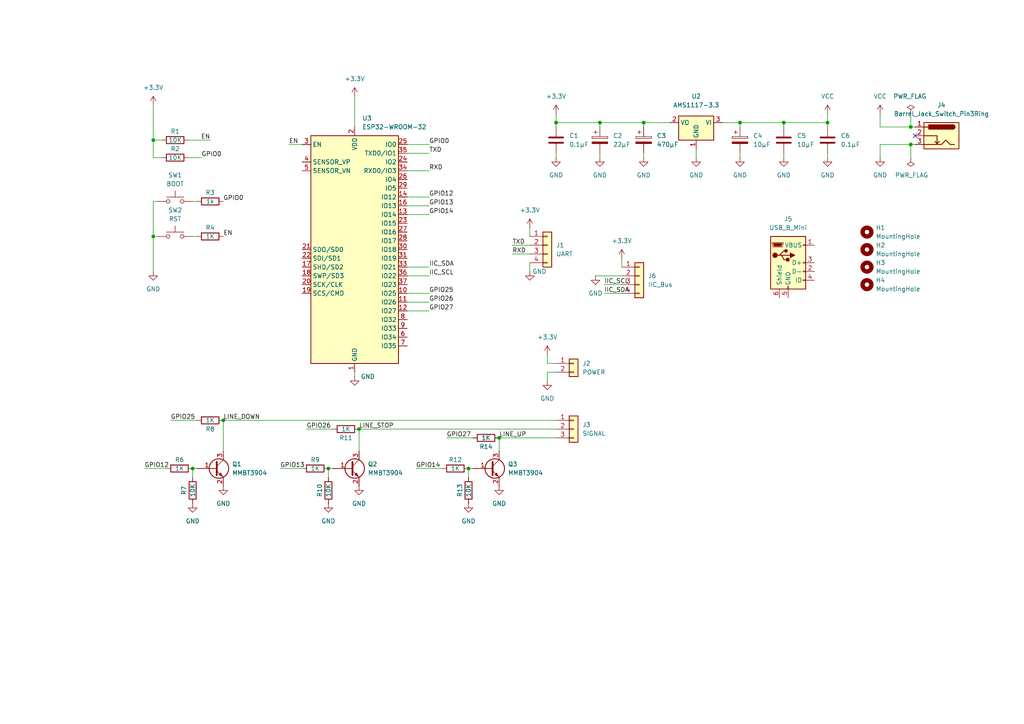
<source format=kicad_sch>
(kicad_sch (version 20231120) (generator "eeschema") (generator_version "8.0")
  (paper "A4")
  (lib_symbols
    (symbol "Connector:Barrel_Jack_Switch_Pin3Ring" (pin_names hide)
      (property "Reference" "J" (at 0 5.334 0))
      (property "Value" "Barrel_Jack_Switch_Pin3Ring" (at 0 -5.08 0))
      (symbol "Barrel_Jack_Switch_Pin3Ring_0_1"
        (rectangle (start -5.08 3.81) (end 5.08 -3.81) (stroke (width 0.254)) (fill (type background)))
        (arc (start -3.302 3.175) (mid -3.9343 2.54) (end -3.302 1.905) (stroke (width 0.254)))
        (arc (start -3.302 3.175) (mid -3.9343 2.54) (end -3.302 1.905) (stroke (width 0.254)) (fill (type outline)))
        (polyline (pts (xy 1.27 -2.286) (xy 1.905 -1.651)) (stroke (width 0.254)))
        (polyline (pts (xy 5.08 2.54) (xy 3.81 2.54)) (stroke (width 0.254)))
        (polyline (pts (xy 5.08 0) (xy 1.27 0) (xy 1.27 -2.286) (xy 0.635 -1.651)) (stroke (width 0.254)))
        (polyline (pts (xy -3.81 -2.54) (xy -2.54 -2.54) (xy -1.27 -1.27) (xy 0 -2.54) (xy 2.54 -2.54) (xy 5.08 -2.54)) (stroke (width 0.254)))
        (rectangle (start 3.683 3.175) (end -3.302 1.905) (stroke (width 0.254)) (fill (type outline)))
      )
      (symbol "Barrel_Jack_Switch_Pin3Ring_1_1"
        (pin passive line (at 7.62 2.54 180) (length 2.54) (name "~") (number "1"))
        (pin passive line (at 7.62 0 180) (length 2.54) (name "~") (number "2"))
        (pin passive line (at 7.62 -2.54 180) (length 2.54) (name "~") (number "3"))
      )
    )
    (symbol "Connector:USB_B_Mini" (pin_names (offset 1.016))
      (property "Reference" "J" (at -5.08 11.43 0))
      (property "Value" "USB_B_Mini" (at -5.08 8.89 0))
      (symbol "USB_B_Mini_0_1"
        (rectangle (start -5.08 -7.62) (end 5.08 7.62) (stroke (width 0.254)) (fill (type background)))
        (circle (center -3.81 2.159) (radius 0.635) (stroke (width 0.254)) (fill (type outline)))
        (circle (center -0.635 3.429) (radius 0.381) (stroke (width 0.254)) (fill (type outline)))
        (rectangle (start -0.127 -7.62) (end 0.127 -6.858))
        (polyline (pts (xy -1.905 2.159) (xy 0.635 2.159)) (stroke (width 0.254)))
        (polyline (pts (xy -3.175 2.159) (xy -2.54 2.159) (xy -1.27 3.429) (xy -0.635 3.429)) (stroke (width 0.254)))
        (polyline (pts (xy -2.54 2.159) (xy -1.905 2.159) (xy -1.27 0.889) (xy 0 0.889)) (stroke (width 0.254)))
        (polyline (pts (xy 0.635 2.794) (xy 0.635 1.524) (xy 1.905 2.159) (xy 0.635 2.794)) (stroke (width 0.254)) (fill (type outline)))
        (polyline (pts (xy -4.318 5.588) (xy -1.778 5.588) (xy -2.032 4.826) (xy -4.064 4.826) (xy -4.318 5.588)) (fill (type outline)))
        (polyline (pts (xy -4.699 5.842) (xy -4.699 5.588) (xy -4.445 4.826) (xy -4.445 4.572) (xy -1.651 4.572) (xy -1.651 4.826) (xy -1.397 5.588) (xy -1.397 5.842) (xy -4.699 5.842)))
        (rectangle (start 0.254 1.27) (end -0.508 0.508) (stroke (width 0.254)) (fill (type outline)))
        (rectangle (start 5.08 -5.207) (end 4.318 -4.953))
        (rectangle (start 5.08 -2.667) (end 4.318 -2.413))
        (rectangle (start 5.08 -0.127) (end 4.318 0.127))
        (rectangle (start 5.08 4.953) (end 4.318 5.207))
      )
      (symbol "USB_B_Mini_1_1"
        (pin power_out line (at 7.62 5.08 180) (length 2.54) (name "VBUS") (number "1"))
        (pin bidirectional line (at 7.62 -2.54 180) (length 2.54) (name "D-") (number "2"))
        (pin bidirectional line (at 7.62 0 180) (length 2.54) (name "D+") (number "3"))
        (pin passive line (at 7.62 -5.08 180) (length 2.54) (name "ID") (number "4"))
        (pin power_out line (at 0 -10.16 90) (length 2.54) (name "GND") (number "5"))
        (pin passive line (at -2.54 -10.16 90) (length 2.54) (name "Shield") (number "6"))
      )
    )
    (symbol "Connector_Generic:Conn_01x02" (pin_names (offset 1.016) hide)
      (property "Reference" "J" (at 0 2.54 0))
      (property "Value" "Conn_01x02" (at 0 -5.08 0))
      (symbol "Conn_01x02_1_1"
        (rectangle (start -1.27 -2.413) (end 0 -2.667) (stroke (width 0.1524)))
        (rectangle (start -1.27 0.127) (end 0 -0.127) (stroke (width 0.1524)))
        (rectangle (start -1.27 1.27) (end 1.27 -3.81) (stroke (width 0.254)) (fill (type background)))
        (pin passive line (at -5.08 0 0) (length 3.81) (name "Pin_1") (number "1"))
        (pin passive line (at -5.08 -2.54 0) (length 3.81) (name "Pin_2") (number "2"))
      )
    )
    (symbol "Connector_Generic:Conn_01x03" (pin_names (offset 1.016) hide)
      (property "Reference" "J" (at 0 5.08 0))
      (property "Value" "Conn_01x03" (at 0 -5.08 0))
      (symbol "Conn_01x03_1_1"
        (rectangle (start -1.27 -2.413) (end 0 -2.667) (stroke (width 0.1524)))
        (rectangle (start -1.27 0.127) (end 0 -0.127) (stroke (width 0.1524)))
        (rectangle (start -1.27 2.667) (end 0 2.413) (stroke (width 0.1524)))
        (rectangle (start -1.27 3.81) (end 1.27 -3.81) (stroke (width 0.254)) (fill (type background)))
        (pin passive line (at -5.08 2.54 0) (length 3.81) (name "Pin_1") (number "1"))
        (pin passive line (at -5.08 0 0) (length 3.81) (name "Pin_2") (number "2"))
        (pin passive line (at -5.08 -2.54 0) (length 3.81) (name "Pin_3") (number "3"))
      )
    )
    (symbol "Connector_Generic:Conn_01x04" (pin_names (offset 1.016) hide)
      (property "Reference" "J" (at 0 5.08 0))
      (property "Value" "Conn_01x04" (at 0 -7.62 0))
      (symbol "Conn_01x04_1_1"
        (rectangle (start -1.27 -4.953) (end 0 -5.207) (stroke (width 0.1524)))
        (rectangle (start -1.27 -2.413) (end 0 -2.667) (stroke (width 0.1524)))
        (rectangle (start -1.27 0.127) (end 0 -0.127) (stroke (width 0.1524)))
        (rectangle (start -1.27 2.667) (end 0 2.413) (stroke (width 0.1524)))
        (rectangle (start -1.27 3.81) (end 1.27 -6.35) (stroke (width 0.254)) (fill (type background)))
        (pin passive line (at -5.08 2.54 0) (length 3.81) (name "Pin_1") (number "1"))
        (pin passive line (at -5.08 0 0) (length 3.81) (name "Pin_2") (number "2"))
        (pin passive line (at -5.08 -2.54 0) (length 3.81) (name "Pin_3") (number "3"))
        (pin passive line (at -5.08 -5.08 0) (length 3.81) (name "Pin_4") (number "4"))
      )
    )
    (symbol "Device:C" (pin_numbers hide) (pin_names (offset 0.254))
      (property "Reference" "C" (at 0.635 2.54 0))
      (property "Value" "C" (at 0.635 -2.54 0))
      (symbol "C_0_1"
        (polyline (pts (xy -2.032 -0.762) (xy 2.032 -0.762)) (stroke (width 0.508)))
        (polyline (pts (xy -2.032 0.762) (xy 2.032 0.762)) (stroke (width 0.508)))
      )
      (symbol "C_1_1"
        (pin passive line (at 0 3.81 270) (length 2.794) (name "~") (number "1"))
        (pin passive line (at 0 -3.81 90) (length 2.794) (name "~") (number "2"))
      )
    )
    (symbol "Device:C_Polarized" (pin_numbers hide) (pin_names (offset 0.254))
      (property "Reference" "C" (at 0.635 2.54 0))
      (property "Value" "C_Polarized" (at 0.635 -2.54 0))
      (symbol "C_Polarized_0_1"
        (rectangle (start -2.286 0.508) (end 2.286 1.016))
        (polyline (pts (xy -1.778 2.286) (xy -0.762 2.286)))
        (polyline (pts (xy -1.27 2.794) (xy -1.27 1.778)))
        (rectangle (start 2.286 -0.508) (end -2.286 -1.016) (fill (type outline)))
      )
      (symbol "C_Polarized_1_1"
        (pin passive line (at 0 3.81 270) (length 2.794) (name "~") (number "1"))
        (pin passive line (at 0 -3.81 90) (length 2.794) (name "~") (number "2"))
      )
    )
    (symbol "Device:R" (pin_numbers hide) (pin_names (offset 0))
      (property "Reference" "R" (at 2.032 0 90))
      (property "Value" "R" (at 0 0 90))
      (symbol "R_0_1"
        (rectangle (start -1.016 -2.54) (end 1.016 2.54) (stroke (width 0.254)))
      )
      (symbol "R_1_1"
        (pin passive line (at 0 3.81 270) (length 1.27) (name "~") (number "1"))
        (pin passive line (at 0 -3.81 90) (length 1.27) (name "~") (number "2"))
      )
    )
    (symbol "Mechanical:MountingHole" (pin_names (offset 1.016)) (exclude_from_sim yes) (in_bom no)
      (property "Reference" "H" (at 0 5.08 0))
      (property "Value" "MountingHole" (at 0 3.175 0))
      (symbol "MountingHole_0_1"
        (circle (center 0 0) (radius 1.27) (stroke (width 1.27)))
      )
    )
    (symbol "RF_Module:ESP32-WROOM-32"
      (property "Reference" "U" (at -12.7 34.29 0))
      (property "Value" "ESP32-WROOM-32" (at 1.27 34.29 0))
      (symbol "ESP32-WROOM-32_0_1"
        (rectangle (start -12.7 33.02) (end 12.7 -33.02) (stroke (width 0.254)) (fill (type background)))
      )
      (symbol "ESP32-WROOM-32_1_1"
        (pin power_in line (at 0 -35.56 90) (length 2.54) (name "GND") (number "1"))
        (pin bidirectional line (at 15.24 -12.7 180) (length 2.54) (name "IO25") (number "10"))
        (pin bidirectional line (at 15.24 -15.24 180) (length 2.54) (name "IO26") (number "11"))
        (pin bidirectional line (at 15.24 -17.78 180) (length 2.54) (name "IO27") (number "12"))
        (pin bidirectional line (at 15.24 10.16 180) (length 2.54) (name "IO14") (number "13"))
        (pin bidirectional line (at 15.24 15.24 180) (length 2.54) (name "IO12") (number "14"))
        (pin passive line (at 0 -35.56 90) (length 2.54) hide (name "GND") (number "15"))
        (pin bidirectional line (at 15.24 12.7 180) (length 2.54) (name "IO13") (number "16"))
        (pin bidirectional line (at -15.24 -5.08 0) (length 2.54) (name "SHD/SD2") (number "17"))
        (pin bidirectional line (at -15.24 -7.62 0) (length 2.54) (name "SWP/SD3") (number "18"))
        (pin bidirectional line (at -15.24 -12.7 0) (length 2.54) (name "SCS/CMD") (number "19"))
        (pin power_in line (at 0 35.56 270) (length 2.54) (name "VDD") (number "2"))
        (pin bidirectional line (at -15.24 -10.16 0) (length 2.54) (name "SCK/CLK") (number "20"))
        (pin bidirectional line (at -15.24 0 0) (length 2.54) (name "SDO/SD0") (number "21"))
        (pin bidirectional line (at -15.24 -2.54 0) (length 2.54) (name "SDI/SD1") (number "22"))
        (pin bidirectional line (at 15.24 7.62 180) (length 2.54) (name "IO15") (number "23"))
        (pin bidirectional line (at 15.24 25.4 180) (length 2.54) (name "IO2") (number "24"))
        (pin bidirectional line (at 15.24 30.48 180) (length 2.54) (name "IO0") (number "25"))
        (pin bidirectional line (at 15.24 20.32 180) (length 2.54) (name "IO4") (number "26"))
        (pin bidirectional line (at 15.24 5.08 180) (length 2.54) (name "IO16") (number "27"))
        (pin bidirectional line (at 15.24 2.54 180) (length 2.54) (name "IO17") (number "28"))
        (pin bidirectional line (at 15.24 17.78 180) (length 2.54) (name "IO5") (number "29"))
        (pin input line (at -15.24 30.48 0) (length 2.54) (name "EN") (number "3"))
        (pin bidirectional line (at 15.24 0 180) (length 2.54) (name "IO18") (number "30"))
        (pin bidirectional line (at 15.24 -2.54 180) (length 2.54) (name "IO19") (number "31"))
        (pin no_connect line (at -12.7 -27.94 0) (length 2.54) hide (name "NC") (number "32"))
        (pin bidirectional line (at 15.24 -5.08 180) (length 2.54) (name "IO21") (number "33"))
        (pin bidirectional line (at 15.24 22.86 180) (length 2.54) (name "RXD0/IO3") (number "34"))
        (pin bidirectional line (at 15.24 27.94 180) (length 2.54) (name "TXD0/IO1") (number "35"))
        (pin bidirectional line (at 15.24 -7.62 180) (length 2.54) (name "IO22") (number "36"))
        (pin bidirectional line (at 15.24 -10.16 180) (length 2.54) (name "IO23") (number "37"))
        (pin passive line (at 0 -35.56 90) (length 2.54) hide (name "GND") (number "38"))
        (pin passive line (at 0 -35.56 90) (length 2.54) hide (name "GND") (number "39"))
        (pin input line (at -15.24 25.4 0) (length 2.54) (name "SENSOR_VP") (number "4"))
        (pin input line (at -15.24 22.86 0) (length 2.54) (name "SENSOR_VN") (number "5"))
        (pin input line (at 15.24 -25.4 180) (length 2.54) (name "IO34") (number "6"))
        (pin input line (at 15.24 -27.94 180) (length 2.54) (name "IO35") (number "7"))
        (pin bidirectional line (at 15.24 -20.32 180) (length 2.54) (name "IO32") (number "8"))
        (pin bidirectional line (at 15.24 -22.86 180) (length 2.54) (name "IO33") (number "9"))
      )
    )
    (symbol "Regulator_Linear:AMS1117-3.3"
      (property "Reference" "U" (at -3.81 3.175 0))
      (property "Value" "AMS1117-3.3" (at 0 3.175 0))
      (symbol "AMS1117-3.3_0_1"
        (rectangle (start -5.08 -5.08) (end 5.08 1.905) (stroke (width 0.254)) (fill (type background)))
      )
      (symbol "AMS1117-3.3_1_1"
        (pin power_in line (at 0 -7.62 90) (length 2.54) (name "GND") (number "1"))
        (pin power_out line (at 7.62 0 180) (length 2.54) (name "VO") (number "2"))
        (pin power_in line (at -7.62 0 0) (length 2.54) (name "VI") (number "3"))
      )
    )
    (symbol "Switch:SW_Push" (pin_numbers hide) (pin_names (offset 1.016) hide)
      (property "Reference" "SW" (at 1.27 2.54 0))
      (property "Value" "SW_Push" (at 0 -1.524 0))
      (symbol "SW_Push_0_1"
        (circle (center -2.032 0) (radius 0.508))
        (polyline (pts (xy 0 1.27) (xy 0 3.048)))
        (polyline (pts (xy 2.54 1.27) (xy -2.54 1.27)))
        (circle (center 2.032 0) (radius 0.508))
        (pin passive line (at -5.08 0 0) (length 2.54) (name "1") (number "1"))
        (pin passive line (at 5.08 0 180) (length 2.54) (name "2") (number "2"))
      )
    )
    (symbol "Transistor_BJT:MMBT3904" (pin_names (offset 0) hide)
      (property "Reference" "Q" (at 5.08 1.905 0))
      (property "Value" "MMBT3904" (at 5.08 0 0))
      (symbol "MMBT3904_0_1"
        (polyline (pts (xy 0.635 0.635) (xy 2.54 2.54)))
        (polyline (pts (xy 0.635 -0.635) (xy 2.54 -2.54) (xy 2.54 -2.54)))
        (polyline (pts (xy 0.635 1.905) (xy 0.635 -1.905) (xy 0.635 -1.905)) (stroke (width 0.508)))
        (polyline (pts (xy 1.27 -1.778) (xy 1.778 -1.27) (xy 2.286 -2.286) (xy 1.27 -1.778) (xy 1.27 -1.778)) (fill (type outline)))
        (circle (center 1.27 0) (radius 2.8194) (stroke (width 0.254)))
      )
      (symbol "MMBT3904_1_1"
        (pin input line (at -5.08 0 0) (length 5.715) (name "B") (number "1"))
        (pin passive line (at 2.54 -5.08 90) (length 2.54) (name "E") (number "2"))
        (pin passive line (at 2.54 5.08 270) (length 2.54) (name "C") (number "3"))
      )
    )
    (symbol "power:+3.3V" (power) (pin_numbers hide) (pin_names (offset 0) hide)
      (property "Value" "+3.3V" (at 0 3.556 0))
      (symbol "+3.3V_0_1"
        (polyline (pts (xy -0.762 1.27) (xy 0 2.54)))
        (polyline (pts (xy 0 0) (xy 0 2.54)))
        (polyline (pts (xy 0 2.54) (xy 0.762 1.27)))
      )
      (symbol "+3.3V_1_1"
        (pin power_in line (at 0 0 90) (length 0) (name "~") (number "1"))
      )
    )
    (symbol "power:GND" (power) (pin_numbers hide) (pin_names (offset 0) hide)
      (property "Value" "GND" (at 0 -3.81 0))
      (symbol "GND_0_1"
        (polyline (pts (xy 0 0) (xy 0 -1.27) (xy 1.27 -1.27) (xy 0 -2.54) (xy -1.27 -1.27) (xy 0 -1.27)))
      )
      (symbol "GND_1_1"
        (pin power_in line (at 0 0 270) (length 0) (name "~") (number "1"))
      )
    )
    (symbol "power:PWR_FLAG" (power) (pin_numbers hide) (pin_names (offset 0) hide)
      (property "Value" "PWR_FLAG" (at 0 3.81 0))
      (symbol "PWR_FLAG_0_0"
        (pin power_out line (at 0 0 90) (length 0) (name "~") (number "1"))
      )
      (symbol "PWR_FLAG_0_1"
        (polyline (pts (xy 0 0) (xy 0 1.27) (xy -1.016 1.905) (xy 0 2.54) (xy 1.016 1.905) (xy 0 1.27)))
      )
    )
    (symbol "power:VCC" (power) (pin_numbers hide) (pin_names (offset 0) hide)
      (property "Value" "VCC" (at 0 3.556 0))
      (symbol "VCC_0_1"
        (polyline (pts (xy -0.762 1.27) (xy 0 2.54)))
        (polyline (pts (xy 0 0) (xy 0 2.54)))
        (polyline (pts (xy 0 2.54) (xy 0.762 1.27)))
      )
      (symbol "VCC_1_1"
        (pin power_in line (at 0 0 90) (length 0) (name "~") (number "1"))
      )
    )
  )
  (junction (at 186.69 35.56))
  (junction (at 214.63 35.56))
  (junction (at 44.45 68.58))
  (junction (at 144.78 127))
  (junction (at 135.89 135.89))
  (junction (at 264.16 36.83))
  (junction (at 161.29 35.56))
  (junction (at 240.03 35.56))
  (junction (at 55.88 135.89))
  (junction (at 173.99 35.56))
  (junction (at 44.45 40.64))
  (junction (at 227.33 35.56))
  (junction (at 104.14 124.46))
  (junction (at 64.77 121.92))
  (junction (at 264.16 41.91))
  (junction (at 95.25 135.89))
  (no_connect (at 265.43 39.37))
  (wire (pts (xy 180.34 74.93) (xy 180.34 77.47)))
  (wire (pts (xy 60.96 40.64) (xy 54.61 40.64)))
  (wire (pts (xy 135.89 135.89) (xy 137.16 135.89)))
  (wire (pts (xy 83.82 41.91) (xy 87.63 41.91)))
  (wire (pts (xy 161.29 35.56) (xy 173.99 35.56)))
  (wire (pts (xy 240.03 33.02) (xy 240.03 35.56)))
  (wire (pts (xy 265.43 36.83) (xy 264.16 36.83)))
  (wire (pts (xy 129.54 127) (xy 137.16 127)))
  (wire (pts (xy 161.29 105.41) (xy 158.75 105.41)))
  (wire (pts (xy 255.27 33.02) (xy 255.27 36.83)))
  (wire (pts (xy 118.11 87.63) (xy 124.46 87.63)))
  (wire (pts (xy 264.16 41.91) (xy 264.16 45.72)))
  (wire (pts (xy 255.27 45.72) (xy 255.27 41.91)))
  (wire (pts (xy 135.89 135.89) (xy 135.89 138.43)))
  (wire (pts (xy 158.75 107.95) (xy 158.75 110.49)))
  (wire (pts (xy 186.69 35.56) (xy 194.31 35.56)))
  (wire (pts (xy 227.33 44.45) (xy 227.33 45.72)))
  (wire (pts (xy 255.27 36.83) (xy 264.16 36.83)))
  (wire (pts (xy 214.63 35.56) (xy 227.33 35.56)))
  (wire (pts (xy 240.03 36.83) (xy 240.03 35.56)))
  (wire (pts (xy 120.65 135.89) (xy 128.27 135.89)))
  (wire (pts (xy 175.26 82.55) (xy 180.34 82.55)))
  (wire (pts (xy 161.29 127) (xy 144.78 127)))
  (wire (pts (xy 95.25 135.89) (xy 96.52 135.89)))
  (wire (pts (xy 148.59 73.66) (xy 153.67 73.66)))
  (wire (pts (xy 57.15 68.58) (xy 55.88 68.58)))
  (wire (pts (xy 102.87 27.94) (xy 102.87 36.83)))
  (wire (pts (xy 240.03 44.45) (xy 240.03 45.72)))
  (wire (pts (xy 118.11 49.53) (xy 124.46 49.53)))
  (wire (pts (xy 44.45 68.58) (xy 44.45 78.74)))
  (wire (pts (xy 95.25 135.89) (xy 95.25 138.43)))
  (wire (pts (xy 55.88 135.89) (xy 55.88 138.43)))
  (wire (pts (xy 161.29 35.56) (xy 161.29 33.02)))
  (wire (pts (xy 161.29 44.45) (xy 161.29 45.72)))
  (wire (pts (xy 118.11 85.09) (xy 124.46 85.09)))
  (wire (pts (xy 158.75 105.41) (xy 158.75 102.87)))
  (wire (pts (xy 124.46 80.01) (xy 118.11 80.01)))
  (wire (pts (xy 172.72 80.01) (xy 180.34 80.01)))
  (wire (pts (xy 104.14 124.46) (xy 161.29 124.46)))
  (wire (pts (xy 81.28 135.89) (xy 87.63 135.89)))
  (wire (pts (xy 57.15 58.42) (xy 55.88 58.42)))
  (wire (pts (xy 64.77 121.92) (xy 64.77 130.81)))
  (wire (pts (xy 173.99 35.56) (xy 173.99 36.83)))
  (wire (pts (xy 161.29 36.83) (xy 161.29 35.56)))
  (wire (pts (xy 46.99 40.64) (xy 44.45 40.64)))
  (wire (pts (xy 201.93 43.18) (xy 201.93 45.72)))
  (wire (pts (xy 173.99 44.45) (xy 173.99 45.72)))
  (wire (pts (xy 64.77 121.92) (xy 161.29 121.92)))
  (wire (pts (xy 44.45 45.72) (xy 46.99 45.72)))
  (wire (pts (xy 264.16 41.91) (xy 265.43 41.91)))
  (wire (pts (xy 209.55 35.56) (xy 214.63 35.56)))
  (wire (pts (xy 118.11 44.45) (xy 124.46 44.45)))
  (wire (pts (xy 49.53 121.92) (xy 57.15 121.92)))
  (wire (pts (xy 227.33 35.56) (xy 240.03 35.56)))
  (wire (pts (xy 148.59 71.12) (xy 153.67 71.12)))
  (wire (pts (xy 186.69 44.45) (xy 186.69 45.72)))
  (wire (pts (xy 44.45 40.64) (xy 44.45 45.72)))
  (wire (pts (xy 102.87 107.95) (xy 102.87 109.22)))
  (wire (pts (xy 153.67 78.74) (xy 153.67 76.2)))
  (wire (pts (xy 44.45 58.42) (xy 44.45 68.58)))
  (wire (pts (xy 41.91 135.89) (xy 48.26 135.89)))
  (wire (pts (xy 153.67 66.04) (xy 153.67 68.58)))
  (wire (pts (xy 227.33 35.56) (xy 227.33 36.83)))
  (wire (pts (xy 55.88 135.89) (xy 57.15 135.89)))
  (wire (pts (xy 44.45 68.58) (xy 45.72 68.58)))
  (wire (pts (xy 214.63 44.45) (xy 214.63 45.72)))
  (wire (pts (xy 88.9 124.46) (xy 96.52 124.46)))
  (wire (pts (xy 255.27 41.91) (xy 264.16 41.91)))
  (wire (pts (xy 264.16 33.02) (xy 264.16 36.83)))
  (wire (pts (xy 161.29 107.95) (xy 158.75 107.95)))
  (wire (pts (xy 124.46 57.15) (xy 118.11 57.15)))
  (wire (pts (xy 186.69 35.56) (xy 186.69 36.83)))
  (wire (pts (xy 175.26 85.09) (xy 180.34 85.09)))
  (wire (pts (xy 144.78 127) (xy 144.78 130.81)))
  (wire (pts (xy 124.46 41.91) (xy 118.11 41.91)))
  (wire (pts (xy 124.46 59.69) (xy 118.11 59.69)))
  (wire (pts (xy 44.45 30.48) (xy 44.45 40.64)))
  (wire (pts (xy 45.72 58.42) (xy 44.45 58.42)))
  (wire (pts (xy 173.99 35.56) (xy 186.69 35.56)))
  (wire (pts (xy 124.46 62.23) (xy 118.11 62.23)))
  (wire (pts (xy 118.11 90.17) (xy 124.46 90.17)))
  (wire (pts (xy 214.63 36.83) (xy 214.63 35.56)))
  (wire (pts (xy 104.14 130.81) (xy 104.14 124.46)))
  (wire (pts (xy 54.61 45.72) (xy 58.42 45.72)))
  (wire (pts (xy 124.46 77.47) (xy 118.11 77.47)))
  (label "IIC_SCL" (at 124.46 80.01 0))
  (label "TXD" (at 148.59 71.12 0))
  (label "GPIO27" (at 129.54 127 0))
  (label "GPIO25" (at 49.53 121.92 0))
  (label "IIC_SCL" (at 175.26 82.55 0))
  (label "EN" (at 83.82 41.91 0))
  (label "GPIO26" (at 124.46 87.63 0))
  (label "GPIO14" (at 124.46 62.23 0))
  (label "IIC_SDA" (at 175.26 85.09 0))
  (label "LINE_UP" (at 144.78 127 0))
  (label "GPIO13" (at 81.28 135.89 0))
  (label "RXD" (at 148.59 73.66 0))
  (label "GPIO0" (at 58.42 45.72 0))
  (label "GPIO27" (at 124.46 90.17 0))
  (label "TXD" (at 124.46 44.45 0))
  (label "EN" (at 64.77 68.58 0))
  (label "GPIO0" (at 124.46 41.91 0))
  (label "GPIO25" (at 124.46 85.09 0))
  (label "GPIO12" (at 124.46 57.15 0))
  (label "GPIO0" (at 64.77 58.42 0))
  (label "RXD" (at 124.46 49.53 0))
  (label "LINE_DOWN" (at 64.77 121.92 0))
  (label "GPIO13" (at 124.46 59.69 0))
  (label "EN" (at 60.96 40.64 180))
  (label "IIC_SDA" (at 124.46 77.47 0))
  (label "GPIO14" (at 120.65 135.89 0))
  (label "LINE_STOP" (at 104.14 124.46 0))
  (label "GPIO26" (at 88.9 124.46 0))
  (label "GPIO12" (at 41.91 135.89 0))
  (symbol (lib_id "Connector_Generic:Conn_01x04") (at 158.75 71.12 0) (unit 1)
    (property "Reference" "J1" (at 161.29 71.1199 0) (effects (justify left)))
    (property "Value" "UART" (at 161.29 73.6599 0) (effects (justify left)))
    (property "Footprint" "Connector_PinHeader_2.54mm:PinHeader_1x04_P2.54mm_Vertical" (effects (hide yes)))
    (property "Description" "Generic connector, single row, 01x04, script generated (kicad-library-utils/schlib/autogen/connector/)" (effects (hide yes)))
  )
  (symbol (lib_id "Connector_Generic:Conn_01x04") (at 185.42 80.01 0) (unit 1)
    (property "Reference" "J6" (at 187.96 80.0099 0) (effects (justify left)))
    (property "Value" "IIC_Bus" (at 187.96 82.5499 0) (effects (justify left)))
    (property "Footprint" "Connector_PinHeader_2.54mm:PinHeader_1x04_P2.54mm_Horizontal" (effects (hide yes)))
    (property "Description" "Generic connector, single row, 01x04, script generated (kicad-library-utils/schlib/autogen/connector/)" (effects (hide yes)))
  )
  (symbol (lib_id "Switch:SW_Push") (at 50.8 68.58 0) (unit 1)
    (property "Reference" "SW2" (at 50.8 60.96 0))
    (property "Value" "RST" (at 50.8 63.5 0))
    (property "Footprint" "Button_Switch_THT:SW_PUSH_6mm_H4.3mm" (effects (hide yes)))
    (property "Description" "Push button switch, generic, two pins" (effects (hide yes)))
  )
  (symbol (lib_id "power:PWR_FLAG") (at 264.16 33.02 0) (unit 1)
    (property "Reference" "#FLG01" (effects (hide yes)))
    (property "Value" "PWR_FLAG" (at 259.08 27.94 0) (effects (justify left)))
    (property "Description" "Special symbol for telling ERC where power comes from" (effects (hide yes)))
  )
  (symbol (lib_id "power:GND") (at 172.72 80.01 0) (unit 1)
    (property "Reference" "#PWR027" (effects (hide yes)))
    (property "Value" "GND" (at 172.72 85.09 0))
    (property "Description" "Power symbol creates a global label with name \"GND\" , ground" (effects (hide yes)))
  )
  (symbol (lib_id "power:GND") (at 153.67 78.74 0) (unit 1)
    (property "Reference" "#PWR012" (effects (hide yes)))
    (property "Value" "GND" (at 156.464 78.74 0))
    (property "Description" "Power symbol creates a global label with name \"GND\" , ground" (effects (hide yes)))
  )
  (symbol (lib_id "Device:R") (at 50.8 40.64 270) (mirror x) (unit 1)
    (property "Reference" "R1" (at 50.8 38.1 90))
    (property "Value" "10K" (at 50.8 40.64 90))
    (property "Footprint" "Resistor_SMD:R_0603_1608Metric" (effects (hide yes)))
    (property "Description" "Resistor" (effects (hide yes)))
  )
  (symbol (lib_id "power:+3.3V") (at 180.34 74.93 0) (unit 1)
    (property "Reference" "#PWR026" (effects (hide yes)))
    (property "Value" "+3.3V" (at 180.34 69.85 0))
    (property "Description" "Power symbol creates a global label with name \"+3.3V\"" (effects (hide yes)))
  )
  (symbol (lib_id "power:GND") (at 227.33 45.72 0) (unit 1)
    (property "Reference" "#PWR021" (effects (hide yes)))
    (property "Value" "GND" (at 227.33 50.8 0))
    (property "Description" "Power symbol creates a global label with name \"GND\" , ground" (effects (hide yes)))
  )
  (symbol (lib_id "Device:R") (at 91.44 135.89 270) (mirror x) (unit 1)
    (property "Reference" "R9" (at 91.44 133.35 90))
    (property "Value" "1K" (at 91.44 135.89 90))
    (property "Footprint" "Resistor_SMD:R_0603_1608Metric" (effects (hide yes)))
    (property "Description" "Resistor" (effects (hide yes)))
  )
  (symbol (lib_id "power:+3.3V") (at 153.67 66.04 0) (unit 1)
    (property "Reference" "#PWR011" (effects (hide yes)))
    (property "Value" "+3.3V" (at 153.67 60.96 0))
    (property "Description" "Power symbol creates a global label with name \"+3.3V\"" (effects (hide yes)))
  )
  (symbol (lib_id "Device:C") (at 240.03 40.64 180) (unit 1)
    (property "Reference" "C6" (at 243.84 39.3699 0) (effects (justify right)))
    (property "Value" "0.1μF" (at 243.84 41.9099 0) (effects (justify right)))
    (property "Footprint" "Capacitor_SMD:C_0805_2012Metric" (effects (hide yes)))
    (property "Description" "Unpolarized capacitor" (effects (hide yes)))
  )
  (symbol (lib_id "Device:R") (at 140.97 127 270) (mirror x) (unit 1)
    (property "Reference" "R14" (at 140.97 129.54 90))
    (property "Value" "1K" (at 140.97 127 90))
    (property "Footprint" "Resistor_SMD:R_0603_1608Metric" (effects (hide yes)))
    (property "Description" "Resistor" (effects (hide yes)))
  )
  (symbol (lib_id "Device:R") (at 132.08 135.89 270) (mirror x) (unit 1)
    (property "Reference" "R12" (at 132.08 133.35 90))
    (property "Value" "1K" (at 132.08 135.89 90))
    (property "Footprint" "Resistor_SMD:R_0603_1608Metric" (effects (hide yes)))
    (property "Description" "Resistor" (effects (hide yes)))
  )
  (symbol (lib_id "power:GND") (at 64.77 140.97 0) (unit 1)
    (property "Reference" "#PWR04" (effects (hide yes)))
    (property "Value" "GND" (at 64.77 146.05 0))
    (property "Description" "Power symbol creates a global label with name \"GND\" , ground" (effects (hide yes)))
  )
  (symbol (lib_id "Device:R") (at 95.25 142.24 0) (mirror y) (unit 1)
    (property "Reference" "R10" (at 92.71 142.24 90))
    (property "Value" "10K" (at 95.25 142.24 90))
    (property "Footprint" "Resistor_SMD:R_0603_1608Metric" (effects (hide yes)))
    (property "Description" "Resistor" (effects (hide yes)))
  )
  (symbol (lib_id "Transistor_BJT:MMBT3904") (at 101.6 135.89 0) (unit 1)
    (property "Reference" "Q2" (at 106.68 134.62 0) (effects (justify left)))
    (property "Value" "MMBT3904" (at 106.68 137.16 0) (effects (justify left)))
    (property "Footprint" "Package_TO_SOT_SMD:SOT-23" (effects (hide yes)))
    (property "Datasheet" "https://www.onsemi.com/pdf/datasheet/pzt3904-d.pdf" (effects (hide yes)))
    (property "Description" "0.2A Ic, 40V Vce, Small Signal NPN Transistor, SOT-23" (effects (hide yes)))
    (property "Sim.Device" "NPN" (effects (hide yes)))
    (property "Sim.Type" "GUMMELPOON" (effects (hide yes)))
    (property "Sim.Pins" "1=C 2=B 3=E" (effects (hide yes)))
  )
  (symbol (lib_id "Device:R") (at 50.8 45.72 270) (mirror x) (unit 1)
    (property "Reference" "R2" (at 50.8 43.18 90))
    (property "Value" "10K" (at 50.8 45.72 90))
    (property "Footprint" "Resistor_SMD:R_0603_1608Metric" (effects (hide yes)))
    (property "Description" "Resistor" (effects (hide yes)))
  )
  (symbol (lib_id "Transistor_BJT:MMBT3904") (at 62.23 135.89 0) (unit 1)
    (property "Reference" "Q1" (at 67.31 134.62 0) (effects (justify left)))
    (property "Value" "MMBT3904" (at 67.31 137.16 0) (effects (justify left)))
    (property "Footprint" "Package_TO_SOT_SMD:SOT-23" (effects (hide yes)))
    (property "Datasheet" "https://www.onsemi.com/pdf/datasheet/pzt3904-d.pdf" (effects (hide yes)))
    (property "Description" "0.2A Ic, 40V Vce, Small Signal NPN Transistor, SOT-23" (effects (hide yes)))
    (property "Sim.Device" "NPN" (effects (hide yes)))
    (property "Sim.Type" "GUMMELPOON" (effects (hide yes)))
    (property "Sim.Pins" "1=C 2=B 3=E" (effects (hide yes)))
  )
  (symbol (lib_id "power:+3.3V") (at 44.45 30.48 0) (mirror y) (unit 1)
    (property "Reference" "#PWR01" (effects (hide yes)))
    (property "Value" "+3.3V" (at 44.45 25.4 0))
    (property "Description" "Power symbol creates a global label with name \"+3.3V\"" (effects (hide yes)))
  )
  (symbol (lib_id "RF_Module:ESP32-WROOM-32") (at 102.87 72.39 0) (unit 1)
    (property "Reference" "U3" (at 105.0641 34.29 0) (effects (justify left)))
    (property "Value" "ESP32-WROOM-32" (at 105.0641 36.83 0) (effects (justify left)))
    (property "Footprint" "RF_Module:ESP32-WROOM-32" (effects (hide yes)))
    (property "Datasheet" "https://www.espressif.com/sites/default/files/documentation/esp32-wroom-32_datasheet_en.pdf" (effects (hide yes)))
    (property "Description" "RF Module, ESP32-D0WDQ6 SoC, Wi-Fi 802.11b/g/n, Bluetooth, BLE, 32-bit, 2.7-3.6V, onboard antenna, SMD" (effects (hide yes)))
  )
  (symbol (lib_id "Device:R") (at 135.89 142.24 0) (mirror y) (unit 1)
    (property "Reference" "R13" (at 133.35 142.24 90))
    (property "Value" "10K" (at 135.89 142.24 90))
    (property "Footprint" "Resistor_SMD:R_0603_1608Metric" (effects (hide yes)))
    (property "Description" "Resistor" (effects (hide yes)))
  )
  (symbol (lib_id "Device:C_Polarized") (at 214.63 40.64 0) (unit 1)
    (property "Reference" "C4" (at 218.44 39.37 0) (effects (justify left)))
    (property "Value" "10μF" (at 218.44 41.91 0) (effects (justify left)))
    (property "Footprint" "Capacitor_THT:CP_Radial_D4.0mm_P1.50mm" (effects (hide yes)))
    (property "Description" "Polarized capacitor" (effects (hide yes)))
  )
  (symbol (lib_id "Connector:USB_B_Mini") (at 228.6 76.2 0) (unit 1)
    (property "Reference" "J5" (at 228.6 63.5 0))
    (property "Value" "USB_B_Mini" (at 228.6 66.04 0))
    (property "Footprint" "Connector_USB:USB_Micro-B_Molex-105017-0001" (effects (hide yes)))
    (property "Description" "USB Mini Type B connector" (effects (hide yes)))
  )
  (symbol (lib_id "Device:R") (at 52.07 135.89 270) (mirror x) (unit 1)
    (property "Reference" "R6" (at 52.07 133.35 90))
    (property "Value" "1K" (at 52.07 135.89 90))
    (property "Footprint" "Resistor_SMD:R_0603_1608Metric" (effects (hide yes)))
    (property "Description" "Resistor" (effects (hide yes)))
  )
  (symbol (lib_id "power:GND") (at 214.63 45.72 0) (unit 1)
    (property "Reference" "#PWR020" (effects (hide yes)))
    (property "Value" "GND" (at 214.63 50.8 0))
    (property "Description" "Power symbol creates a global label with name \"GND\" , ground" (effects (hide yes)))
  )
  (symbol (lib_id "power:GND") (at 158.75 110.49 0) (unit 1)
    (property "Reference" "#PWR014" (effects (hide yes)))
    (property "Value" "GND" (at 158.75 115.57 0))
    (property "Description" "Power symbol creates a global label with name \"GND\" , ground" (effects (hide yes)))
  )
  (symbol (lib_id "Connector:Barrel_Jack_Switch_Pin3Ring") (at 273.05 39.37 0) (mirror y) (unit 1)
    (property "Reference" "J4" (at 273.05 30.48 0))
    (property "Value" "Barrel_Jack_Switch_Pin3Ring" (at 273.05 33.02 0))
    (property "Footprint" "Meine Librany:BarrelJack_CLIFF_...8S_SMT_Horizontal" (effects (hide yes)))
    (property "Datasheet" "https://www.cliffuk.co.uk/products/dcconnectors/FC68148S.pdf" (effects (hide yes)))
    (property "Description" "DC Barrel Jack with an internal switch" (effects (hide yes)))
  )
  (symbol (lib_id "power:+3.3V") (at 158.75 102.87 0) (unit 1)
    (property "Reference" "#PWR013" (effects (hide yes)))
    (property "Value" "+3.3V" (at 158.75 97.79 0))
    (property "Description" "Power symbol creates a global label with name \"+3.3V\"" (effects (hide yes)))
  )
  (symbol (lib_id "power:GND") (at 104.14 140.97 0) (unit 1)
    (property "Reference" "#PWR08" (effects (hide yes)))
    (property "Value" "GND" (at 104.14 146.05 0))
    (property "Description" "Power symbol creates a global label with name \"GND\" , ground" (effects (hide yes)))
  )
  (symbol (lib_id "Device:C_Polarized") (at 186.69 40.64 0) (unit 1)
    (property "Reference" "C3" (at 190.5 39.37 0) (effects (justify left)))
    (property "Value" "470μF" (at 190.5 41.91 0) (effects (justify left)))
    (property "Footprint" "Capacitor_THT:CP_Radial_D6.3mm_P2.50mm" (effects (hide yes)))
    (property "Description" "Polarized capacitor" (effects (hide yes)))
  )
  (symbol (lib_id "Mechanical:MountingHole") (at 251.46 67.31 0) (unit 1)
    (property "Reference" "H1" (at 254 66.0399 0) (effects (justify left)))
    (property "Value" "MountingHole" (at 254 68.5799 0) (effects (justify left)))
    (property "Footprint" "MountingHole:MountingHole_2.2mm_M2" (effects (hide yes)))
    (property "Description" "Mounting Hole without connection" (effects (hide yes)))
  )
  (symbol (lib_id "power:GND") (at 102.87 109.22 0) (unit 1)
    (property "Reference" "#PWR07" (effects (hide yes)))
    (property "Value" "GND" (at 106.68 109.22 0))
    (property "Description" "Power symbol creates a global label with name \"GND\" , ground" (effects (hide yes)))
  )
  (symbol (lib_id "power:GND") (at 173.99 45.72 0) (unit 1)
    (property "Reference" "#PWR017" (effects (hide yes)))
    (property "Value" "GND" (at 173.99 50.8 0))
    (property "Description" "Power symbol creates a global label with name \"GND\" , ground" (effects (hide yes)))
  )
  (symbol (lib_id "power:PWR_FLAG") (at 264.16 45.72 180) (unit 1)
    (property "Reference" "#FLG02" (effects (hide yes)))
    (property "Value" "PWR_FLAG" (at 269.24 50.8 0) (effects (justify left)))
    (property "Description" "Special symbol for telling ERC where power comes from" (effects (hide yes)))
  )
  (symbol (lib_id "power:VCC") (at 255.27 33.02 0) (unit 1)
    (property "Reference" "#PWR024" (effects (hide yes)))
    (property "Value" "VCC" (at 255.27 27.94 0))
    (property "Description" "Power symbol creates a global label with name \"VCC\"" (effects (hide yes)))
  )
  (symbol (lib_id "Mechanical:MountingHole") (at 251.46 82.55 0) (unit 1)
    (property "Reference" "H4" (at 254 81.2799 0) (effects (justify left)))
    (property "Value" "MountingHole" (at 254 83.8199 0) (effects (justify left)))
    (property "Footprint" "MountingHole:MountingHole_2.2mm_M2" (effects (hide yes)))
    (property "Description" "Mounting Hole without connection" (effects (hide yes)))
  )
  (symbol (lib_id "power:GND") (at 44.45 78.74 0) (unit 1)
    (property "Reference" "#PWR02" (effects (hide yes)))
    (property "Value" "GND" (at 44.45 83.82 0))
    (property "Description" "Power symbol creates a global label with name \"GND\" , ground" (effects (hide yes)))
  )
  (symbol (lib_id "Device:C_Polarized") (at 173.99 40.64 0) (unit 1)
    (property "Reference" "C2" (at 177.8 39.37 0) (effects (justify left)))
    (property "Value" "22μF" (at 177.8 41.91 0) (effects (justify left)))
    (property "Footprint" "Capacitor_Tantalum_SMD:CP_EIA-3216-10_Kemet-I_Pad1.58x1.35mm_HandSolder" (effects (hide yes)))
    (property "Description" "Polarized capacitor" (effects (hide yes)))
  )
  (symbol (lib_id "power:+3.3V") (at 102.87 27.94 0) (unit 1)
    (property "Reference" "#PWR06" (effects (hide yes)))
    (property "Value" "+3.3V" (at 102.87 22.86 0))
    (property "Description" "Power symbol creates a global label with name \"+3.3V\"" (effects (hide yes)))
  )
  (symbol (lib_id "Device:C") (at 227.33 40.64 180) (unit 1)
    (property "Reference" "C5" (at 231.14 39.3699 0) (effects (justify right)))
    (property "Value" "10μF" (at 231.14 41.9099 0) (effects (justify right)))
    (property "Footprint" "Capacitor_SMD:C_0805_2012Metric" (effects (hide yes)))
    (property "Description" "Unpolarized capacitor" (effects (hide yes)))
  )
  (symbol (lib_id "power:GND") (at 255.27 45.72 0) (unit 1)
    (property "Reference" "#PWR025" (effects (hide yes)))
    (property "Value" "GND" (at 255.27 50.8 0))
    (property "Description" "Power symbol creates a global label with name \"GND\" , ground" (effects (hide yes)))
  )
  (symbol (lib_id "Device:R") (at 60.96 58.42 270) (mirror x) (unit 1)
    (property "Reference" "R3" (at 60.96 55.88 90))
    (property "Value" "1k" (at 60.96 58.42 90))
    (property "Footprint" "Resistor_SMD:R_0603_1608Metric" (effects (hide yes)))
    (property "Description" "Resistor" (effects (hide yes)))
  )
  (symbol (lib_id "power:GND") (at 186.69 45.72 0) (unit 1)
    (property "Reference" "#PWR018" (effects (hide yes)))
    (property "Value" "GND" (at 186.69 50.8 0))
    (property "Description" "Power symbol creates a global label with name \"GND\" , ground" (effects (hide yes)))
  )
  (symbol (lib_id "Connector_Generic:Conn_01x02") (at 166.37 105.41 0) (unit 1)
    (property "Reference" "J2" (at 168.91 105.41 0) (effects (justify left)))
    (property "Value" "POWER" (at 168.91 107.95 0) (effects (justify left)))
    (property "Footprint" "Connector_JST:JST_XH_S2B-XH-A-1_1x02_P2.50mm_Horizontal" (effects (hide yes)))
    (property "Description" "Generic connector, single row, 01x02, script generated (kicad-library-utils/schlib/autogen/connector/)" (effects (hide yes)))
  )
  (symbol (lib_id "Device:R") (at 60.96 68.58 270) (mirror x) (unit 1)
    (property "Reference" "R4" (at 60.96 66.04 90))
    (property "Value" "1K" (at 60.96 68.58 90))
    (property "Footprint" "Resistor_SMD:R_0603_1608Metric" (effects (hide yes)))
    (property "Description" "Resistor" (effects (hide yes)))
  )
  (symbol (lib_id "Mechanical:MountingHole") (at 251.46 72.39 0) (unit 1)
    (property "Reference" "H2" (at 254 71.1199 0) (effects (justify left)))
    (property "Value" "MountingHole" (at 254 73.6599 0) (effects (justify left)))
    (property "Footprint" "MountingHole:MountingHole_2.2mm_M2" (effects (hide yes)))
    (property "Description" "Mounting Hole without connection" (effects (hide yes)))
  )
  (symbol (lib_id "Device:C") (at 161.29 40.64 180) (unit 1)
    (property "Reference" "C1" (at 165.1 39.37 0) (effects (justify right)))
    (property "Value" "0.1μF" (at 165.1 41.9099 0) (effects (justify right)))
    (property "Footprint" "Capacitor_SMD:C_0805_2012Metric" (effects (hide yes)))
    (property "Description" "Unpolarized capacitor" (effects (hide yes)))
  )
  (symbol (lib_id "Device:R") (at 55.88 142.24 0) (mirror y) (unit 1)
    (property "Reference" "R7" (at 53.34 142.24 90))
    (property "Value" "10K" (at 55.88 142.24 90))
    (property "Footprint" "Resistor_SMD:R_0603_1608Metric" (effects (hide yes)))
    (property "Description" "Resistor" (effects (hide yes)))
  )
  (symbol (lib_id "Switch:SW_Push") (at 50.8 58.42 0) (unit 1)
    (property "Reference" "SW1" (at 50.8 50.8 0))
    (property "Value" "BOOT" (at 50.8 53.34 0))
    (property "Footprint" "Button_Switch_THT:SW_PUSH_6mm_H4.3mm" (effects (hide yes)))
    (property "Description" "Push button switch, generic, two pins" (effects (hide yes)))
  )
  (symbol (lib_id "Connector_Generic:Conn_01x03") (at 166.37 124.46 0) (unit 1)
    (property "Reference" "J3" (at 168.91 123.19 0) (effects (justify left)))
    (property "Value" "SIGNAL" (at 168.91 125.73 0) (effects (justify left)))
    (property "Footprint" "Connector_JST:JST_XH_S3B-XH-A-1_1x03_P2.50mm_Horizontal" (effects (hide yes)))
    (property "Description" "Generic connector, single row, 01x03, script generated (kicad-library-utils/schlib/autogen/connector/)" (effects (hide yes)))
  )
  (symbol (lib_id "Device:R") (at 100.33 124.46 270) (mirror x) (unit 1)
    (property "Reference" "R11" (at 100.33 127 90))
    (property "Value" "1K" (at 100.33 124.46 90))
    (property "Footprint" "Resistor_SMD:R_0603_1608Metric" (effects (hide yes)))
    (property "Description" "Resistor" (effects (hide yes)))
  )
  (symbol (lib_id "Transistor_BJT:MMBT3904") (at 142.24 135.89 0) (unit 1)
    (property "Reference" "Q3" (at 147.32 134.62 0) (effects (justify left)))
    (property "Value" "MMBT3904" (at 147.32 137.16 0) (effects (justify left)))
    (property "Footprint" "Package_TO_SOT_SMD:SOT-23" (effects (hide yes)))
    (property "Datasheet" "https://www.onsemi.com/pdf/datasheet/pzt3904-d.pdf" (effects (hide yes)))
    (property "Description" "0.2A Ic, 40V Vce, Small Signal NPN Transistor, SOT-23" (effects (hide yes)))
    (property "Sim.Device" "NPN" (effects (hide yes)))
    (property "Sim.Type" "GUMMELPOON" (effects (hide yes)))
    (property "Sim.Pins" "1=C 2=B 3=E" (effects (hide yes)))
  )
  (symbol (lib_id "power:GND") (at 55.88 146.05 0) (unit 1)
    (property "Reference" "#PWR03" (effects (hide yes)))
    (property "Value" "GND" (at 55.88 151.13 0))
    (property "Description" "Power symbol creates a global label with name \"GND\" , ground" (effects (hide yes)))
  )
  (symbol (lib_id "Mechanical:MountingHole") (at 251.46 77.47 0) (unit 1)
    (property "Reference" "H3" (at 254 76.1999 0) (effects (justify left)))
    (property "Value" "MountingHole" (at 254 78.7399 0) (effects (justify left)))
    (property "Footprint" "MountingHole:MountingHole_2.2mm_M2" (effects (hide yes)))
    (property "Description" "Mounting Hole without connection" (effects (hide yes)))
  )
  (symbol (lib_id "Regulator_Linear:AMS1117-3.3") (at 201.93 35.56 0) (mirror y) (unit 1)
    (property "Reference" "U2" (at 201.93 27.94 0))
    (property "Value" "AMS1117-3.3" (at 201.93 30.48 0))
    (property "Footprint" "Package_TO_SOT_SMD:SOT-223-3_TabPin2" (effects (hide yes)))
    (property "Datasheet" "http://www.advanced-monolithic.com/pdf/ds1117.pdf" (effects (hide yes)))
    (property "Description" "1A Low Dropout regulator, positive, 3.3V fixed output, SOT-223" (effects (hide yes)))
  )
  (symbol (lib_id "power:GND") (at 161.29 45.72 0) (unit 1)
    (property "Reference" "#PWR016" (effects (hide yes)))
    (property "Value" "GND" (at 161.29 50.8 0))
    (property "Description" "Power symbol creates a global label with name \"GND\" , ground" (effects (hide yes)))
  )
  (symbol (lib_id "Device:R") (at 60.96 121.92 270) (mirror x) (unit 1)
    (property "Reference" "R8" (at 60.96 124.46 90))
    (property "Value" "1K" (at 60.96 121.92 90))
    (property "Footprint" "Resistor_SMD:R_0603_1608Metric" (effects (hide yes)))
    (property "Description" "Resistor" (effects (hide yes)))
  )
  (symbol (lib_id "power:GND") (at 144.78 140.97 0) (unit 1)
    (property "Reference" "#PWR010" (effects (hide yes)))
    (property "Value" "GND" (at 144.78 146.05 0))
    (property "Description" "Power symbol creates a global label with name \"GND\" , ground" (effects (hide yes)))
  )
  (symbol (lib_id "power:GND") (at 240.03 45.72 0) (unit 1)
    (property "Reference" "#PWR023" (effects (hide yes)))
    (property "Value" "GND" (at 240.03 50.8 0))
    (property "Description" "Power symbol creates a global label with name \"GND\" , ground" (effects (hide yes)))
  )
  (symbol (lib_id "power:+3.3V") (at 161.29 33.02 0) (unit 1)
    (property "Reference" "#PWR015" (effects (hide yes)))
    (property "Value" "+3.3V" (at 161.29 27.94 0))
    (property "Description" "Power symbol creates a global label with name \"+3.3V\"" (effects (hide yes)))
  )
  (symbol (lib_id "power:VCC") (at 240.03 33.02 0) (unit 1)
    (property "Reference" "#PWR022" (effects (hide yes)))
    (property "Value" "VCC" (at 240.03 27.94 0))
    (property "Description" "Power symbol creates a global label with name \"VCC\"" (effects (hide yes)))
  )
  (symbol (lib_id "power:GND") (at 201.93 45.72 0) (unit 1)
    (property "Reference" "#PWR019" (effects (hide yes)))
    (property "Value" "GND" (at 201.93 50.8 0))
    (property "Description" "Power symbol creates a global label with name \"GND\" , ground" (effects (hide yes)))
  )
  (symbol (lib_id "power:GND") (at 95.25 146.05 0) (unit 1)
    (property "Reference" "#PWR05" (effects (hide yes)))
    (property "Value" "GND" (at 95.25 151.13 0))
    (property "Description" "Power symbol creates a global label with name \"GND\" , ground" (effects (hide yes)))
  )
  (symbol (lib_id "power:GND") (at 135.89 146.05 0) (unit 1)
    (property "Reference" "#PWR09" (effects (hide yes)))
    (property "Value" "GND" (at 135.89 151.13 0))
    (property "Description" "Power symbol creates a global label with name \"GND\" , ground" (effects (hide yes)))
  )
)
</source>
